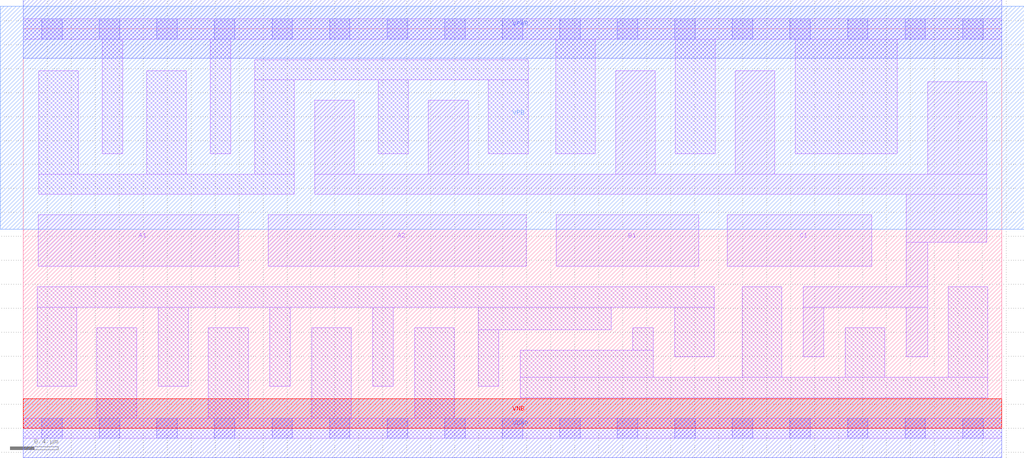
<source format=lef>
# Copyright 2020 The SkyWater PDK Authors
#
# Licensed under the Apache License, Version 2.0 (the "License");
# you may not use this file except in compliance with the License.
# You may obtain a copy of the License at
#
#     https://www.apache.org/licenses/LICENSE-2.0
#
# Unless required by applicable law or agreed to in writing, software
# distributed under the License is distributed on an "AS IS" BASIS,
# WITHOUT WARRANTIES OR CONDITIONS OF ANY KIND, either express or implied.
# See the License for the specific language governing permissions and
# limitations under the License.
#
# SPDX-License-Identifier: Apache-2.0

VERSION 5.7 ;
  NOWIREEXTENSIONATPIN ON ;
  DIVIDERCHAR "/" ;
  BUSBITCHARS "[]" ;
MACRO sky130_fd_sc_ls__o211ai_4
  CLASS CORE ;
  FOREIGN sky130_fd_sc_ls__o211ai_4 ;
  ORIGIN  0.000000  0.000000 ;
  SIZE  8.160000 BY  3.330000 ;
  SYMMETRY X Y ;
  SITE unit ;
  PIN A1
    ANTENNAGATEAREA  1.116000 ;
    DIRECTION INPUT ;
    USE SIGNAL ;
    PORT
      LAYER li1 ;
        RECT 0.125000 1.350000 1.795000 1.780000 ;
    END
  END A1
  PIN A2
    ANTENNAGATEAREA  1.116000 ;
    DIRECTION INPUT ;
    USE SIGNAL ;
    PORT
      LAYER li1 ;
        RECT 2.045000 1.350000 4.195000 1.780000 ;
    END
  END A2
  PIN B1
    ANTENNAGATEAREA  0.780000 ;
    DIRECTION INPUT ;
    USE SIGNAL ;
    PORT
      LAYER li1 ;
        RECT 4.445000 1.350000 5.635000 1.780000 ;
    END
  END B1
  PIN C1
    ANTENNAGATEAREA  0.780000 ;
    DIRECTION INPUT ;
    USE SIGNAL ;
    PORT
      LAYER li1 ;
        RECT 5.870000 1.350000 7.075000 1.780000 ;
    END
  END C1
  PIN VNB
    PORT
      LAYER pwell ;
        RECT 0.000000 0.000000 8.160000 0.245000 ;
    END
  END VNB
  PIN VPB
    PORT
      LAYER nwell ;
        RECT -0.190000 1.660000 8.350000 3.520000 ;
    END
  END VPB
  PIN Y
    ANTENNADIFFAREA  1.915200 ;
    DIRECTION OUTPUT ;
    USE SIGNAL ;
    PORT
      LAYER li1 ;
        RECT 2.430000 1.950000 8.035000 2.120000 ;
        RECT 2.430000 2.120000 2.760000 2.735000 ;
        RECT 3.380000 2.120000 3.710000 2.735000 ;
        RECT 4.940000 2.120000 5.270000 2.980000 ;
        RECT 5.940000 2.120000 6.270000 2.980000 ;
        RECT 6.505000 0.595000 6.675000 1.010000 ;
        RECT 6.505000 1.010000 7.545000 1.180000 ;
        RECT 7.365000 0.595000 7.545000 1.010000 ;
        RECT 7.365000 1.180000 7.545000 1.550000 ;
        RECT 7.365000 1.550000 8.035000 1.950000 ;
        RECT 7.545000 2.120000 8.035000 2.890000 ;
    END
  END Y
  PIN VGND
    DIRECTION INOUT ;
    SHAPE ABUTMENT ;
    USE GROUND ;
    PORT
      LAYER met1 ;
        RECT 0.000000 -0.245000 8.160000 0.245000 ;
    END
  END VGND
  PIN VPWR
    DIRECTION INOUT ;
    SHAPE ABUTMENT ;
    USE POWER ;
    PORT
      LAYER met1 ;
        RECT 0.000000 3.085000 8.160000 3.575000 ;
    END
  END VPWR
  OBS
    LAYER li1 ;
      RECT 0.000000 -0.085000 8.160000 0.085000 ;
      RECT 0.000000  3.245000 8.160000 3.415000 ;
      RECT 0.115000  0.350000 0.445000 1.010000 ;
      RECT 0.115000  1.010000 5.765000 1.180000 ;
      RECT 0.130000  1.950000 2.260000 2.120000 ;
      RECT 0.130000  2.120000 0.460000 2.980000 ;
      RECT 0.615000  0.085000 0.945000 0.840000 ;
      RECT 0.660000  2.290000 0.830000 3.245000 ;
      RECT 1.030000  2.120000 1.360000 2.980000 ;
      RECT 1.125000  0.350000 1.375000 1.010000 ;
      RECT 1.545000  0.085000 1.875000 0.840000 ;
      RECT 1.560000  2.290000 1.730000 3.245000 ;
      RECT 1.930000  2.120000 2.260000 2.905000 ;
      RECT 1.930000  2.905000 4.210000 3.075000 ;
      RECT 2.055000  0.350000 2.225000 1.010000 ;
      RECT 2.405000  0.085000 2.735000 0.840000 ;
      RECT 2.915000  0.350000 3.085000 1.010000 ;
      RECT 2.960000  2.290000 3.210000 2.905000 ;
      RECT 3.265000  0.085000 3.595000 0.840000 ;
      RECT 3.795000  0.350000 3.965000 0.820000 ;
      RECT 3.795000  0.820000 4.905000 1.010000 ;
      RECT 3.880000  2.290000 4.210000 2.905000 ;
      RECT 4.145000  0.255000 8.045000 0.425000 ;
      RECT 4.145000  0.425000 5.255000 0.650000 ;
      RECT 4.440000  2.290000 4.770000 3.245000 ;
      RECT 5.085000  0.650000 5.255000 0.840000 ;
      RECT 5.435000  0.595000 5.765000 1.010000 ;
      RECT 5.440000  2.290000 5.770000 3.245000 ;
      RECT 5.995000  0.425000 6.325000 1.180000 ;
      RECT 6.440000  2.290000 7.290000 3.245000 ;
      RECT 6.855000  0.425000 7.185000 0.840000 ;
      RECT 7.715000  0.425000 8.045000 1.180000 ;
    LAYER mcon ;
      RECT 0.155000 -0.085000 0.325000 0.085000 ;
      RECT 0.155000  3.245000 0.325000 3.415000 ;
      RECT 0.635000 -0.085000 0.805000 0.085000 ;
      RECT 0.635000  3.245000 0.805000 3.415000 ;
      RECT 1.115000 -0.085000 1.285000 0.085000 ;
      RECT 1.115000  3.245000 1.285000 3.415000 ;
      RECT 1.595000 -0.085000 1.765000 0.085000 ;
      RECT 1.595000  3.245000 1.765000 3.415000 ;
      RECT 2.075000 -0.085000 2.245000 0.085000 ;
      RECT 2.075000  3.245000 2.245000 3.415000 ;
      RECT 2.555000 -0.085000 2.725000 0.085000 ;
      RECT 2.555000  3.245000 2.725000 3.415000 ;
      RECT 3.035000 -0.085000 3.205000 0.085000 ;
      RECT 3.035000  3.245000 3.205000 3.415000 ;
      RECT 3.515000 -0.085000 3.685000 0.085000 ;
      RECT 3.515000  3.245000 3.685000 3.415000 ;
      RECT 3.995000 -0.085000 4.165000 0.085000 ;
      RECT 3.995000  3.245000 4.165000 3.415000 ;
      RECT 4.475000 -0.085000 4.645000 0.085000 ;
      RECT 4.475000  3.245000 4.645000 3.415000 ;
      RECT 4.955000 -0.085000 5.125000 0.085000 ;
      RECT 4.955000  3.245000 5.125000 3.415000 ;
      RECT 5.435000 -0.085000 5.605000 0.085000 ;
      RECT 5.435000  3.245000 5.605000 3.415000 ;
      RECT 5.915000 -0.085000 6.085000 0.085000 ;
      RECT 5.915000  3.245000 6.085000 3.415000 ;
      RECT 6.395000 -0.085000 6.565000 0.085000 ;
      RECT 6.395000  3.245000 6.565000 3.415000 ;
      RECT 6.875000 -0.085000 7.045000 0.085000 ;
      RECT 6.875000  3.245000 7.045000 3.415000 ;
      RECT 7.355000 -0.085000 7.525000 0.085000 ;
      RECT 7.355000  3.245000 7.525000 3.415000 ;
      RECT 7.835000 -0.085000 8.005000 0.085000 ;
      RECT 7.835000  3.245000 8.005000 3.415000 ;
  END
END sky130_fd_sc_ls__o211ai_4
END LIBRARY

</source>
